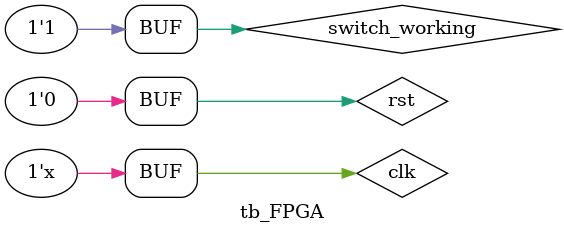
<source format=v>
`timescale 1ns / 1ps
module tb_FPGA;

	// Inputs
	reg clk;
	reg rst;
	reg switch_working;

	// Outputs
	wire led_opnu1;
	wire led_opnu2;
	wire led_hold;
	wire led_done;

	// Instantiate the Unit Under Test (UUT)
	FPGA_Module uut (
		.clk(clk), 
		.rst(rst), 
		.switch_working(switch_working), 
		.led_opnu1(led_opnu1), 
		.led_opnu2(led_opnu2),
		.led_hold(led_hold), 
		.led_done(led_done)
	);

	always begin
		#10 clk=~clk;
	end

	initial begin
		// Initialize Inputs
		clk = 0;
		rst = 1;
		switch_working = 0;
		#100;
      rst  = 0;
		switch_working	= 1;
		
		

	end
      
endmodule


</source>
